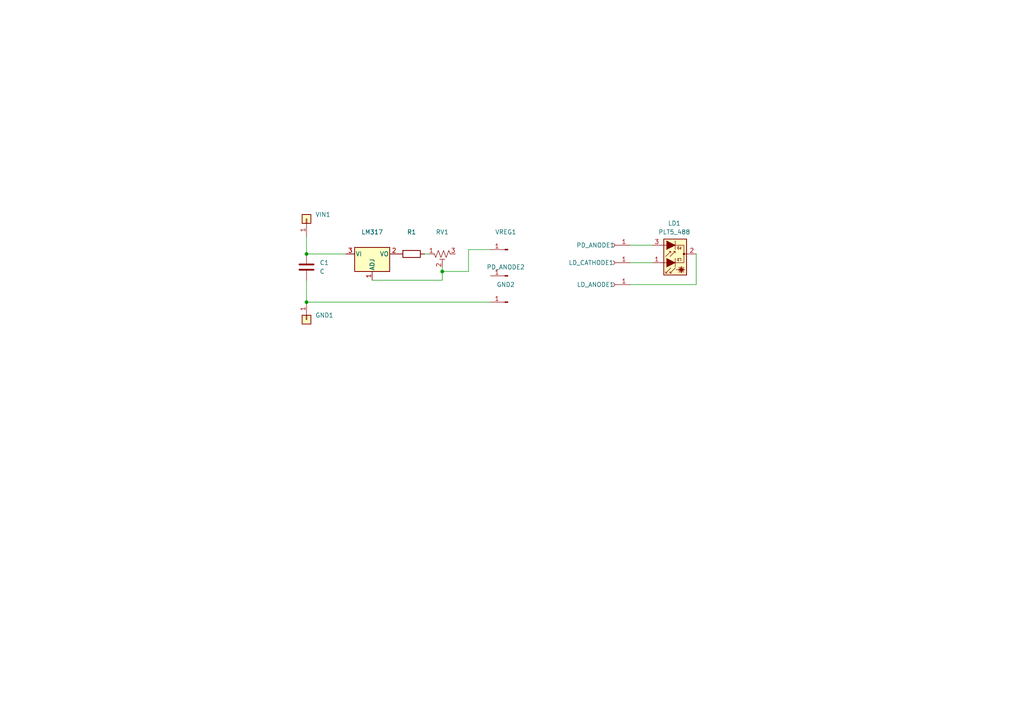
<source format=kicad_sch>
(kicad_sch (version 20230121) (generator eeschema)

  (uuid 8cae65f4-1c29-4dc9-80d9-58d282ed7881)

  (paper "A4")

  (lib_symbols
    (symbol "Connector:Conn_01x01_Pin" (pin_names (offset 1.016) hide) (in_bom yes) (on_board yes)
      (property "Reference" "J" (at 0 2.54 0)
        (effects (font (size 1.27 1.27)))
      )
      (property "Value" "Conn_01x01_Pin" (at 0 -2.54 0)
        (effects (font (size 1.27 1.27)))
      )
      (property "Footprint" "" (at 0 0 0)
        (effects (font (size 1.27 1.27)) hide)
      )
      (property "Datasheet" "~" (at 0 0 0)
        (effects (font (size 1.27 1.27)) hide)
      )
      (property "ki_locked" "" (at 0 0 0)
        (effects (font (size 1.27 1.27)))
      )
      (property "ki_keywords" "connector" (at 0 0 0)
        (effects (font (size 1.27 1.27)) hide)
      )
      (property "ki_description" "Generic connector, single row, 01x01, script generated" (at 0 0 0)
        (effects (font (size 1.27 1.27)) hide)
      )
      (property "ki_fp_filters" "Connector*:*_1x??_*" (at 0 0 0)
        (effects (font (size 1.27 1.27)) hide)
      )
      (symbol "Conn_01x01_Pin_1_1"
        (polyline
          (pts
            (xy 1.27 0)
            (xy 0.8636 0)
          )
          (stroke (width 0.1524) (type default))
          (fill (type none))
        )
        (rectangle (start 0.8636 0.127) (end 0 -0.127)
          (stroke (width 0.1524) (type default))
          (fill (type outline))
        )
        (pin passive line (at 5.08 0 180) (length 3.81)
          (name "Pin_1" (effects (font (size 1.27 1.27))))
          (number "1" (effects (font (size 1.27 1.27))))
        )
      )
    )
    (symbol "Connector:Conn_01x01_Socket" (pin_names (offset 1.016) hide) (in_bom yes) (on_board yes)
      (property "Reference" "J" (at 0 2.54 0)
        (effects (font (size 1.27 1.27)))
      )
      (property "Value" "Conn_01x01_Socket" (at 0 -2.54 0)
        (effects (font (size 1.27 1.27)))
      )
      (property "Footprint" "" (at 0 0 0)
        (effects (font (size 1.27 1.27)) hide)
      )
      (property "Datasheet" "~" (at 0 0 0)
        (effects (font (size 1.27 1.27)) hide)
      )
      (property "ki_locked" "" (at 0 0 0)
        (effects (font (size 1.27 1.27)))
      )
      (property "ki_keywords" "connector" (at 0 0 0)
        (effects (font (size 1.27 1.27)) hide)
      )
      (property "ki_description" "Generic connector, single row, 01x01, script generated" (at 0 0 0)
        (effects (font (size 1.27 1.27)) hide)
      )
      (property "ki_fp_filters" "Connector*:*_1x??_*" (at 0 0 0)
        (effects (font (size 1.27 1.27)) hide)
      )
      (symbol "Conn_01x01_Socket_1_1"
        (polyline
          (pts
            (xy -1.27 0)
            (xy -0.508 0)
          )
          (stroke (width 0.1524) (type default))
          (fill (type none))
        )
        (arc (start 0 0.508) (mid -0.5058 0) (end 0 -0.508)
          (stroke (width 0.1524) (type default))
          (fill (type none))
        )
        (pin passive line (at -5.08 0 0) (length 3.81)
          (name "Pin_1" (effects (font (size 1.27 1.27))))
          (number "1" (effects (font (size 1.27 1.27))))
        )
      )
    )
    (symbol "Connector_Generic:Conn_01x01" (pin_names (offset 1.016) hide) (in_bom yes) (on_board yes)
      (property "Reference" "J" (at 0 2.54 0)
        (effects (font (size 1.27 1.27)))
      )
      (property "Value" "Conn_01x01" (at 0 -2.54 0)
        (effects (font (size 1.27 1.27)))
      )
      (property "Footprint" "" (at 0 0 0)
        (effects (font (size 1.27 1.27)) hide)
      )
      (property "Datasheet" "~" (at 0 0 0)
        (effects (font (size 1.27 1.27)) hide)
      )
      (property "ki_keywords" "connector" (at 0 0 0)
        (effects (font (size 1.27 1.27)) hide)
      )
      (property "ki_description" "Generic connector, single row, 01x01, script generated (kicad-library-utils/schlib/autogen/connector/)" (at 0 0 0)
        (effects (font (size 1.27 1.27)) hide)
      )
      (property "ki_fp_filters" "Connector*:*_1x??_*" (at 0 0 0)
        (effects (font (size 1.27 1.27)) hide)
      )
      (symbol "Conn_01x01_1_1"
        (rectangle (start -1.27 0.127) (end 0 -0.127)
          (stroke (width 0.1524) (type default))
          (fill (type none))
        )
        (rectangle (start -1.27 1.27) (end 1.27 -1.27)
          (stroke (width 0.254) (type default))
          (fill (type background))
        )
        (pin passive line (at -5.08 0 0) (length 3.81)
          (name "Pin_1" (effects (font (size 1.27 1.27))))
          (number "1" (effects (font (size 1.27 1.27))))
        )
      )
    )
    (symbol "Device:C" (pin_numbers hide) (pin_names (offset 0.254)) (in_bom yes) (on_board yes)
      (property "Reference" "C" (at 0.635 2.54 0)
        (effects (font (size 1.27 1.27)) (justify left))
      )
      (property "Value" "C" (at 0.635 -2.54 0)
        (effects (font (size 1.27 1.27)) (justify left))
      )
      (property "Footprint" "" (at 0.9652 -3.81 0)
        (effects (font (size 1.27 1.27)) hide)
      )
      (property "Datasheet" "~" (at 0 0 0)
        (effects (font (size 1.27 1.27)) hide)
      )
      (property "ki_keywords" "cap capacitor" (at 0 0 0)
        (effects (font (size 1.27 1.27)) hide)
      )
      (property "ki_description" "Unpolarized capacitor" (at 0 0 0)
        (effects (font (size 1.27 1.27)) hide)
      )
      (property "ki_fp_filters" "C_*" (at 0 0 0)
        (effects (font (size 1.27 1.27)) hide)
      )
      (symbol "C_0_1"
        (polyline
          (pts
            (xy -2.032 -0.762)
            (xy 2.032 -0.762)
          )
          (stroke (width 0.508) (type default))
          (fill (type none))
        )
        (polyline
          (pts
            (xy -2.032 0.762)
            (xy 2.032 0.762)
          )
          (stroke (width 0.508) (type default))
          (fill (type none))
        )
      )
      (symbol "C_1_1"
        (pin passive line (at 0 3.81 270) (length 2.794)
          (name "~" (effects (font (size 1.27 1.27))))
          (number "1" (effects (font (size 1.27 1.27))))
        )
        (pin passive line (at 0 -3.81 90) (length 2.794)
          (name "~" (effects (font (size 1.27 1.27))))
          (number "2" (effects (font (size 1.27 1.27))))
        )
      )
    )
    (symbol "Device:R" (pin_numbers hide) (pin_names (offset 0)) (in_bom yes) (on_board yes)
      (property "Reference" "R" (at 2.032 0 90)
        (effects (font (size 1.27 1.27)))
      )
      (property "Value" "R" (at 0 0 90)
        (effects (font (size 1.27 1.27)))
      )
      (property "Footprint" "" (at -1.778 0 90)
        (effects (font (size 1.27 1.27)) hide)
      )
      (property "Datasheet" "~" (at 0 0 0)
        (effects (font (size 1.27 1.27)) hide)
      )
      (property "ki_keywords" "R res resistor" (at 0 0 0)
        (effects (font (size 1.27 1.27)) hide)
      )
      (property "ki_description" "Resistor" (at 0 0 0)
        (effects (font (size 1.27 1.27)) hide)
      )
      (property "ki_fp_filters" "R_*" (at 0 0 0)
        (effects (font (size 1.27 1.27)) hide)
      )
      (symbol "R_0_1"
        (rectangle (start -1.016 -2.54) (end 1.016 2.54)
          (stroke (width 0.254) (type default))
          (fill (type none))
        )
      )
      (symbol "R_1_1"
        (pin passive line (at 0 3.81 270) (length 1.27)
          (name "~" (effects (font (size 1.27 1.27))))
          (number "1" (effects (font (size 1.27 1.27))))
        )
        (pin passive line (at 0 -3.81 90) (length 1.27)
          (name "~" (effects (font (size 1.27 1.27))))
          (number "2" (effects (font (size 1.27 1.27))))
        )
      )
    )
    (symbol "Device:R_Potentiometer_Trim_US" (pin_names (offset 1.016) hide) (in_bom yes) (on_board yes)
      (property "Reference" "RV" (at -4.445 0 90)
        (effects (font (size 1.27 1.27)))
      )
      (property "Value" "R_Potentiometer_Trim_US" (at -2.54 0 90)
        (effects (font (size 1.27 1.27)))
      )
      (property "Footprint" "" (at 0 0 0)
        (effects (font (size 1.27 1.27)) hide)
      )
      (property "Datasheet" "~" (at 0 0 0)
        (effects (font (size 1.27 1.27)) hide)
      )
      (property "ki_keywords" "resistor variable trimpot trimmer" (at 0 0 0)
        (effects (font (size 1.27 1.27)) hide)
      )
      (property "ki_description" "Trim-potentiometer, US symbol" (at 0 0 0)
        (effects (font (size 1.27 1.27)) hide)
      )
      (property "ki_fp_filters" "Potentiometer*" (at 0 0 0)
        (effects (font (size 1.27 1.27)) hide)
      )
      (symbol "R_Potentiometer_Trim_US_0_1"
        (polyline
          (pts
            (xy 0 -2.286)
            (xy 0 -2.54)
          )
          (stroke (width 0) (type default))
          (fill (type none))
        )
        (polyline
          (pts
            (xy 0 2.286)
            (xy 0 2.54)
          )
          (stroke (width 0) (type default))
          (fill (type none))
        )
        (polyline
          (pts
            (xy 1.524 0.762)
            (xy 1.524 -0.762)
          )
          (stroke (width 0) (type default))
          (fill (type none))
        )
        (polyline
          (pts
            (xy 2.54 0)
            (xy 1.524 0)
          )
          (stroke (width 0) (type default))
          (fill (type none))
        )
        (polyline
          (pts
            (xy 0 -0.762)
            (xy 1.016 -1.143)
            (xy 0 -1.524)
            (xy -1.016 -1.905)
            (xy 0 -2.286)
          )
          (stroke (width 0) (type default))
          (fill (type none))
        )
        (polyline
          (pts
            (xy 0 0.762)
            (xy 1.016 0.381)
            (xy 0 0)
            (xy -1.016 -0.381)
            (xy 0 -0.762)
          )
          (stroke (width 0) (type default))
          (fill (type none))
        )
        (polyline
          (pts
            (xy 0 2.286)
            (xy 1.016 1.905)
            (xy 0 1.524)
            (xy -1.016 1.143)
            (xy 0 0.762)
          )
          (stroke (width 0) (type default))
          (fill (type none))
        )
      )
      (symbol "R_Potentiometer_Trim_US_1_1"
        (pin passive line (at 0 3.81 270) (length 1.27)
          (name "1" (effects (font (size 1.27 1.27))))
          (number "1" (effects (font (size 1.27 1.27))))
        )
        (pin passive line (at 3.81 0 180) (length 1.27)
          (name "2" (effects (font (size 1.27 1.27))))
          (number "2" (effects (font (size 1.27 1.27))))
        )
        (pin passive line (at 0 -3.81 90) (length 1.27)
          (name "3" (effects (font (size 1.27 1.27))))
          (number "3" (effects (font (size 1.27 1.27))))
        )
      )
    )
    (symbol "Diode_Laser:PLT5_488" (pin_names (offset 1.016) hide) (in_bom yes) (on_board yes)
      (property "Reference" "LD" (at 0 6.985 0)
        (effects (font (size 1.27 1.27)))
      )
      (property "Value" "PLT5_488" (at 0 -5.715 0)
        (effects (font (size 1.27 1.27)))
      )
      (property "Footprint" "OptoDevice:LaserDiode_TO56-3" (at 0 -7.62 0)
        (effects (font (size 1.27 1.27)) hide)
      )
      (property "Datasheet" "http://www.osram-os.com/Graphics/XPic6/00206440_0.pdf/PLT5%20488.pdf" (at 0.762 -5.08 0)
        (effects (font (size 1.27 1.27)) hide)
      )
      (property "ki_keywords" "opto laserdiode" (at 0 0 0)
        (effects (font (size 1.27 1.27)) hide)
      )
      (property "ki_description" "Cyan Laser Diode (488nm), TO-56" (at 0 0 0)
        (effects (font (size 1.27 1.27)) hide)
      )
      (property "ki_fp_filters" "LaserDiode*TO56*" (at 0 0 0)
        (effects (font (size 1.27 1.27)) hide)
      )
      (symbol "PLT5_488_0_1"
        (circle (center -1.524 0) (radius 0.254)
          (stroke (width 0) (type default))
          (fill (type outline))
        )
        (arc (start -0.508 -1.778) (mid -0.3302 -1.6002) (end -0.508 -1.397)
          (stroke (width 0) (type default))
          (fill (type none))
        )
        (arc (start 0 -2.159) (mid 0.3794 -1.778) (end 0 -1.397)
          (stroke (width 0) (type default))
          (fill (type none))
        )
        (polyline
          (pts
            (xy -2.54 0)
            (xy -1.524 0)
          )
          (stroke (width 0) (type default))
          (fill (type none))
        )
        (polyline
          (pts
            (xy -1.524 3.81)
            (xy 0 5.334)
          )
          (stroke (width 0) (type default))
          (fill (type none))
        )
        (polyline
          (pts
            (xy -1.524 4.318)
            (xy 0 4.826)
          )
          (stroke (width 0) (type default))
          (fill (type none))
        )
        (polyline
          (pts
            (xy -1.524 4.826)
            (xy 0 4.318)
          )
          (stroke (width 0) (type default))
          (fill (type none))
        )
        (polyline
          (pts
            (xy -1.524 5.334)
            (xy 0 3.81)
          )
          (stroke (width 0) (type default))
          (fill (type none))
        )
        (polyline
          (pts
            (xy -1.016 5.334)
            (xy -0.508 3.81)
          )
          (stroke (width 0) (type default))
          (fill (type none))
        )
        (polyline
          (pts
            (xy -0.762 4.572)
            (xy -0.762 3.556)
          )
          (stroke (width 0) (type default))
          (fill (type none))
        )
        (polyline
          (pts
            (xy -0.762 4.572)
            (xy -0.762 5.588)
          )
          (stroke (width 0) (type default))
          (fill (type none))
        )
        (polyline
          (pts
            (xy -0.635 -1.397)
            (xy -0.635 -2.159)
          )
          (stroke (width 0) (type default))
          (fill (type none))
        )
        (polyline
          (pts
            (xy -0.508 5.334)
            (xy -1.016 3.81)
          )
          (stroke (width 0) (type default))
          (fill (type none))
        )
        (polyline
          (pts
            (xy 0 -1.397)
            (xy 0 -2.159)
          )
          (stroke (width 0) (type default))
          (fill (type none))
        )
        (polyline
          (pts
            (xy 0 2.032)
            (xy 0 1.27)
          )
          (stroke (width 0) (type default))
          (fill (type none))
        )
        (polyline
          (pts
            (xy 0.762 4.572)
            (xy -1.778 4.572)
          )
          (stroke (width 0) (type default))
          (fill (type none))
        )
        (polyline
          (pts
            (xy 1.016 -1.27)
            (xy 1.016 -3.81)
          )
          (stroke (width 0.1524) (type default))
          (fill (type none))
        )
        (polyline
          (pts
            (xy 1.016 -0.762)
            (xy 1.524 -0.762)
          )
          (stroke (width 0) (type default))
          (fill (type none))
        )
        (polyline
          (pts
            (xy 1.016 3.81)
            (xy 1.016 1.27)
          )
          (stroke (width 0.1524) (type default))
          (fill (type none))
        )
        (polyline
          (pts
            (xy 3.81 5.588)
            (xy 3.302 5.588)
          )
          (stroke (width 0) (type default))
          (fill (type none))
        )
        (polyline
          (pts
            (xy -0.635 2.032)
            (xy -0.635 1.27)
            (xy -0.254 1.27)
          )
          (stroke (width 0) (type default))
          (fill (type none))
        )
        (polyline
          (pts
            (xy 2.286 4.064)
            (xy 3.81 5.588)
            (xy 3.81 5.08)
          )
          (stroke (width 0) (type default))
          (fill (type none))
        )
        (polyline
          (pts
            (xy 2.54 0.762)
            (xy 1.016 -0.762)
            (xy 1.016 -0.254)
          )
          (stroke (width 0) (type default))
          (fill (type none))
        )
        (polyline
          (pts
            (xy 3.556 -1.27)
            (xy 1.016 -2.54)
            (xy 3.556 -3.81)
          )
          (stroke (width 0) (type default))
          (fill (type outline))
        )
        (polyline
          (pts
            (xy 3.556 3.81)
            (xy 1.016 2.54)
            (xy 3.556 1.27)
          )
          (stroke (width 0) (type default))
          (fill (type outline))
        )
        (polyline
          (pts
            (xy 5.08 2.54)
            (xy -1.524 2.54)
            (xy -1.524 -2.54)
            (xy 5.08 -2.54)
          )
          (stroke (width 0) (type default))
          (fill (type none))
        )
        (polyline
          (pts
            (xy 1.016 4.064)
            (xy 2.54 5.588)
            (xy 2.54 5.08)
            (xy 2.54 5.588)
            (xy 2.032 5.588)
          )
          (stroke (width 0) (type default))
          (fill (type none))
        )
        (polyline
          (pts
            (xy 3.81 0.762)
            (xy 2.286 -0.762)
            (xy 2.286 -0.254)
            (xy 2.286 -0.762)
            (xy 2.794 -0.762)
          )
          (stroke (width 0) (type default))
          (fill (type none))
        )
        (arc (start 0 1.27) (mid 0.3794 1.651) (end 0 2.032)
          (stroke (width 0) (type default))
          (fill (type none))
        )
        (rectangle (start 4.318 6.096) (end -2.286 -4.318)
          (stroke (width 0.254) (type default))
          (fill (type background))
        )
      )
      (symbol "PLT5_488_1_1"
        (pin passive line (at 7.62 2.54 180) (length 2.54)
          (name "~" (effects (font (size 1.27 1.27))))
          (number "1" (effects (font (size 1.27 1.27))))
        )
        (pin passive line (at -5.08 0 0) (length 2.54)
          (name "~" (effects (font (size 1.27 1.27))))
          (number "2" (effects (font (size 1.27 1.27))))
        )
        (pin passive line (at 7.62 -2.54 180) (length 2.54)
          (name "~" (effects (font (size 1.27 1.27))))
          (number "3" (effects (font (size 1.27 1.27))))
        )
      )
    )
    (symbol "Regulator_Linear:LM317_TO-220" (pin_names (offset 0.254)) (in_bom yes) (on_board yes)
      (property "Reference" "U" (at -3.81 3.175 0)
        (effects (font (size 1.27 1.27)))
      )
      (property "Value" "LM317_TO-220" (at 0 3.175 0)
        (effects (font (size 1.27 1.27)) (justify left))
      )
      (property "Footprint" "Package_TO_SOT_THT:TO-220-3_Vertical" (at 0 6.35 0)
        (effects (font (size 1.27 1.27) italic) hide)
      )
      (property "Datasheet" "http://www.ti.com/lit/ds/symlink/lm317.pdf" (at 0 0 0)
        (effects (font (size 1.27 1.27)) hide)
      )
      (property "ki_keywords" "Adjustable Voltage Regulator 1A Positive" (at 0 0 0)
        (effects (font (size 1.27 1.27)) hide)
      )
      (property "ki_description" "1.5A 35V Adjustable Linear Regulator, TO-220" (at 0 0 0)
        (effects (font (size 1.27 1.27)) hide)
      )
      (property "ki_fp_filters" "TO?220*" (at 0 0 0)
        (effects (font (size 1.27 1.27)) hide)
      )
      (symbol "LM317_TO-220_0_1"
        (rectangle (start -5.08 1.905) (end 5.08 -5.08)
          (stroke (width 0.254) (type default))
          (fill (type background))
        )
      )
      (symbol "LM317_TO-220_1_1"
        (pin input line (at 0 -7.62 90) (length 2.54)
          (name "ADJ" (effects (font (size 1.27 1.27))))
          (number "1" (effects (font (size 1.27 1.27))))
        )
        (pin power_out line (at 7.62 0 180) (length 2.54)
          (name "VO" (effects (font (size 1.27 1.27))))
          (number "2" (effects (font (size 1.27 1.27))))
        )
        (pin power_in line (at -7.62 0 0) (length 2.54)
          (name "VI" (effects (font (size 1.27 1.27))))
          (number "3" (effects (font (size 1.27 1.27))))
        )
      )
    )
  )

  (junction (at 128.27 78.74) (diameter 0) (color 0 0 0 0)
    (uuid 3c6114b8-5286-4643-b0ce-834cca5001dc)
  )
  (junction (at 88.9 87.63) (diameter 0) (color 0 0 0 0)
    (uuid bb2785f8-69c0-4df4-8023-395f886df522)
  )
  (junction (at 88.9 73.66) (diameter 0) (color 0 0 0 0)
    (uuid d79981d5-81e1-4ce4-8f59-9b2e1871da71)
  )

  (wire (pts (xy 107.95 81.28) (xy 128.27 81.28))
    (stroke (width 0) (type default))
    (uuid 1cd0162f-8ebb-4a0b-aceb-d1d0b2de41cb)
  )
  (wire (pts (xy 182.88 82.55) (xy 201.93 82.55))
    (stroke (width 0) (type default))
    (uuid 2e6f0e57-5620-4952-9b4d-6e8a83159ec7)
  )
  (wire (pts (xy 128.27 78.74) (xy 128.27 81.28))
    (stroke (width 0) (type default))
    (uuid 4189dbed-f9c3-4ebc-8bd2-d064213b0514)
  )
  (wire (pts (xy 88.9 81.28) (xy 88.9 87.63))
    (stroke (width 0) (type default))
    (uuid 454e5897-c8c1-418e-bf31-b7dc6b73132b)
  )
  (wire (pts (xy 88.9 68.58) (xy 88.9 73.66))
    (stroke (width 0) (type default))
    (uuid 50d539a4-ee1f-43ed-9855-12e3ef7267fc)
  )
  (wire (pts (xy 182.88 71.12) (xy 189.23 71.12))
    (stroke (width 0) (type default))
    (uuid 5ed48c06-1101-4b9c-a4d1-6c5fa1065b18)
  )
  (wire (pts (xy 124.46 73.66) (xy 123.19 73.66))
    (stroke (width 0) (type default))
    (uuid 5edd0174-559d-40e2-951d-c44e2e91cfba)
  )
  (wire (pts (xy 135.89 72.39) (xy 142.24 72.39))
    (stroke (width 0) (type default))
    (uuid 83628263-df70-4566-8c16-a5eba0218015)
  )
  (wire (pts (xy 182.88 76.2) (xy 189.23 76.2))
    (stroke (width 0) (type default))
    (uuid 9310300f-0d3e-415d-b165-3f8b4a0264db)
  )
  (wire (pts (xy 88.9 87.63) (xy 142.24 87.63))
    (stroke (width 0) (type default))
    (uuid 97087963-d28a-44dc-b50e-1250e8867506)
  )
  (wire (pts (xy 135.89 78.74) (xy 135.89 72.39))
    (stroke (width 0) (type default))
    (uuid 9c9fe928-8fa1-4bb5-bf0d-10c6135a4d92)
  )
  (wire (pts (xy 128.27 77.47) (xy 128.27 78.74))
    (stroke (width 0) (type default))
    (uuid ae3971b2-e9bd-4e79-834b-c2e732e5dbb3)
  )
  (wire (pts (xy 128.27 78.74) (xy 135.89 78.74))
    (stroke (width 0) (type default))
    (uuid ae519ae2-d633-467b-93dd-c90fcfeef299)
  )
  (wire (pts (xy 201.93 82.55) (xy 201.93 73.66))
    (stroke (width 0) (type default))
    (uuid d135bf86-ccda-4604-9098-7b3910492847)
  )
  (wire (pts (xy 88.9 73.66) (xy 100.33 73.66))
    (stroke (width 0) (type default))
    (uuid d6487bed-4a33-49eb-bd8e-6744956981e5)
  )

  (symbol (lib_id "Connector:Conn_01x01_Socket") (at 177.8 82.55 180) (unit 1)
    (in_bom yes) (on_board yes) (dnp no)
    (uuid 0448fb0f-8ead-49d2-a10f-a87e59fc2931)
    (property "Reference" "LD_ANODE1" (at 172.72 82.55 0)
      (effects (font (size 1.27 1.27)))
    )
    (property "Value" "Conn_01x01_Socket" (at 178.435 80.01 0)
      (effects (font (size 1.27 1.27)) hide)
    )
    (property "Footprint" "Connector_PinSocket_2.54mm:PinSocket_1x01_P2.54mm_Vertical" (at 177.8 82.55 0)
      (effects (font (size 1.27 1.27)) hide)
    )
    (property "Datasheet" "~" (at 177.8 82.55 0)
      (effects (font (size 1.27 1.27)) hide)
    )
    (pin "1" (uuid d22c07a2-acc3-48e1-9d64-98662caf64e2))
    (instances
      (project "Laser Driver"
        (path "/8cae65f4-1c29-4dc9-80d9-58d282ed7881"
          (reference "LD_ANODE1") (unit 1)
        )
      )
    )
  )

  (symbol (lib_id "Device:R") (at 119.38 73.66 270) (unit 1)
    (in_bom yes) (on_board yes) (dnp no) (fields_autoplaced)
    (uuid 142bae6f-0fd2-4b4e-bd53-a5c38118eebf)
    (property "Reference" "R1" (at 119.38 67.31 90)
      (effects (font (size 1.27 1.27)))
    )
    (property "Value" "R" (at 119.38 69.85 90)
      (effects (font (size 1.27 1.27)) hide)
    )
    (property "Footprint" "Resistor_SMD:R_0805_2012Metric_Pad1.20x1.40mm_HandSolder" (at 119.38 71.882 90)
      (effects (font (size 1.27 1.27)) hide)
    )
    (property "Datasheet" "~" (at 119.38 73.66 0)
      (effects (font (size 1.27 1.27)) hide)
    )
    (pin "1" (uuid fb4b771b-16e3-4b68-b61a-a3183a28cdbc))
    (pin "2" (uuid 2f293968-4bd5-4189-8965-ab1179d2d9fe))
    (instances
      (project "Laser Driver"
        (path "/8cae65f4-1c29-4dc9-80d9-58d282ed7881"
          (reference "R1") (unit 1)
        )
      )
    )
  )

  (symbol (lib_id "Device:R_Potentiometer_Trim_US") (at 128.27 73.66 90) (mirror x) (unit 1)
    (in_bom yes) (on_board yes) (dnp no)
    (uuid 1dcc45d2-a1d2-4410-9017-3d9bdbb572a0)
    (property "Reference" "RV1" (at 128.27 67.31 90)
      (effects (font (size 1.27 1.27)))
    )
    (property "Value" "R_Potentiometer_Trim_US" (at 128.27 69.85 90)
      (effects (font (size 1.27 1.27)) hide)
    )
    (property "Footprint" "Potentiometer_THT:Potentiometer_Bourns_3006P_Horizontal" (at 128.27 73.66 0)
      (effects (font (size 1.27 1.27)) hide)
    )
    (property "Datasheet" "~" (at 128.27 73.66 0)
      (effects (font (size 1.27 1.27)) hide)
    )
    (pin "3" (uuid edec669e-f240-4be1-b439-b60e46eb12a3))
    (pin "2" (uuid e64ab902-9cac-4792-9f90-0cd330dd4c35))
    (pin "1" (uuid 6c1a3731-4eb7-46ca-ba0b-a4134e207580))
    (instances
      (project "Laser Driver"
        (path "/8cae65f4-1c29-4dc9-80d9-58d282ed7881"
          (reference "RV1") (unit 1)
        )
      )
    )
  )

  (symbol (lib_id "Connector_Generic:Conn_01x01") (at 88.9 63.5 90) (unit 1)
    (in_bom yes) (on_board yes) (dnp no) (fields_autoplaced)
    (uuid 39256523-986f-4de8-bdbf-55f8eb9db774)
    (property "Reference" "VIN1" (at 91.44 62.23 90)
      (effects (font (size 1.27 1.27)) (justify right))
    )
    (property "Value" "Conn_01x01" (at 91.44 64.77 90)
      (effects (font (size 1.27 1.27)) (justify right) hide)
    )
    (property "Footprint" "Connector_PinHeader_2.54mm:PinHeader_1x01_P2.54mm_Vertical" (at 88.9 63.5 0)
      (effects (font (size 1.27 1.27)) hide)
    )
    (property "Datasheet" "~" (at 88.9 63.5 0)
      (effects (font (size 1.27 1.27)) hide)
    )
    (pin "1" (uuid 2e6d0bdd-758e-4933-89f9-593ec83e5b1f))
    (instances
      (project "Laser Driver"
        (path "/8cae65f4-1c29-4dc9-80d9-58d282ed7881"
          (reference "VIN1") (unit 1)
        )
      )
    )
  )

  (symbol (lib_id "Regulator_Linear:LM317_TO-220") (at 107.95 73.66 0) (unit 1)
    (in_bom yes) (on_board yes) (dnp no) (fields_autoplaced)
    (uuid 6574c336-6eb1-45f9-af0d-49eb14e85782)
    (property "Reference" "LM317" (at 107.95 67.31 0)
      (effects (font (size 1.27 1.27)))
    )
    (property "Value" "LM317_TO-220" (at 107.95 69.85 0)
      (effects (font (size 1.27 1.27)) hide)
    )
    (property "Footprint" "Package_TO_SOT_SMD:SOT-223" (at 107.95 67.31 0)
      (effects (font (size 1.27 1.27) italic) hide)
    )
    (property "Datasheet" "http://www.ti.com/lit/ds/symlink/lm317.pdf" (at 107.95 73.66 0)
      (effects (font (size 1.27 1.27)) hide)
    )
    (pin "2" (uuid 2d46a5f0-6028-48ae-9cf5-3fc22424f54f))
    (pin "1" (uuid fc9381ca-e493-4b72-b8cd-e2bb6e22923f))
    (pin "3" (uuid 2635d50a-74ec-4a37-89eb-f7a2f46c4ea7))
    (instances
      (project "Laser Driver"
        (path "/8cae65f4-1c29-4dc9-80d9-58d282ed7881"
          (reference "LM317") (unit 1)
        )
      )
    )
  )

  (symbol (lib_id "Connector:Conn_01x01_Pin") (at 147.32 72.39 180) (unit 1)
    (in_bom yes) (on_board yes) (dnp no) (fields_autoplaced)
    (uuid 6dbe35a1-036e-4404-958f-4efc31e2edac)
    (property "Reference" "VREG1" (at 146.685 67.31 0)
      (effects (font (size 1.27 1.27)))
    )
    (property "Value" "Conn_01x01_Pin" (at 146.685 69.85 0)
      (effects (font (size 1.27 1.27)) hide)
    )
    (property "Footprint" "Connector_PinHeader_2.54mm:PinHeader_1x01_P2.54mm_Horizontal" (at 147.32 72.39 0)
      (effects (font (size 1.27 1.27)) hide)
    )
    (property "Datasheet" "~" (at 147.32 72.39 0)
      (effects (font (size 1.27 1.27)) hide)
    )
    (pin "1" (uuid 51057711-1dee-49b1-8327-bf6257ce3f81))
    (instances
      (project "Laser Driver"
        (path "/8cae65f4-1c29-4dc9-80d9-58d282ed7881"
          (reference "VREG1") (unit 1)
        )
      )
    )
  )

  (symbol (lib_id "Diode_Laser:PLT5_488") (at 196.85 73.66 180) (unit 1)
    (in_bom yes) (on_board yes) (dnp no) (fields_autoplaced)
    (uuid 8fe07523-01c0-4cdc-ad30-ea98f95bd142)
    (property "Reference" "LD1" (at 195.58 64.77 0)
      (effects (font (size 1.27 1.27)))
    )
    (property "Value" "PLT5_488" (at 195.58 67.31 0)
      (effects (font (size 1.27 1.27)))
    )
    (property "Footprint" "OptoDevice:LaserDiode_TO56-3" (at 196.85 66.04 0)
      (effects (font (size 1.27 1.27)) hide)
    )
    (property "Datasheet" "http://www.osram-os.com/Graphics/XPic6/00206440_0.pdf/PLT5%20488.pdf" (at 196.088 68.58 0)
      (effects (font (size 1.27 1.27)) hide)
    )
    (pin "1" (uuid 46eb3f81-e50d-4d55-a8d9-ba5febe20daa))
    (pin "2" (uuid b2daaaa6-e542-4a64-b183-e6e61a0e58c3))
    (pin "3" (uuid 5e163de4-a0db-48c7-a64f-e5943bdbf363))
    (instances
      (project "Laser Driver"
        (path "/8cae65f4-1c29-4dc9-80d9-58d282ed7881"
          (reference "LD1") (unit 1)
        )
      )
    )
  )

  (symbol (lib_id "Connector:Conn_01x01_Pin") (at 147.32 87.63 180) (unit 1)
    (in_bom yes) (on_board yes) (dnp no) (fields_autoplaced)
    (uuid b6cd621e-cb65-4226-9ba3-ead2b1d99004)
    (property "Reference" "GND2" (at 146.685 82.55 0)
      (effects (font (size 1.27 1.27)))
    )
    (property "Value" "Conn_01x01_Pin" (at 146.685 85.09 0)
      (effects (font (size 1.27 1.27)) hide)
    )
    (property "Footprint" "Connector_PinHeader_2.54mm:PinHeader_1x01_P2.54mm_Horizontal" (at 147.32 87.63 0)
      (effects (font (size 1.27 1.27)) hide)
    )
    (property "Datasheet" "~" (at 147.32 87.63 0)
      (effects (font (size 1.27 1.27)) hide)
    )
    (pin "1" (uuid b386a9f6-e3e4-4716-9421-2c6e5572d651))
    (instances
      (project "Laser Driver"
        (path "/8cae65f4-1c29-4dc9-80d9-58d282ed7881"
          (reference "GND2") (unit 1)
        )
      )
    )
  )

  (symbol (lib_id "Connector_Generic:Conn_01x01") (at 88.9 92.71 270) (unit 1)
    (in_bom yes) (on_board yes) (dnp no) (fields_autoplaced)
    (uuid c4b17bb2-bc27-4930-872b-fc876ef5609d)
    (property "Reference" "GND1" (at 91.44 91.44 90)
      (effects (font (size 1.27 1.27)) (justify left))
    )
    (property "Value" "Conn_01x01" (at 91.44 93.98 90)
      (effects (font (size 1.27 1.27)) (justify left) hide)
    )
    (property "Footprint" "Connector_PinHeader_2.54mm:PinHeader_1x01_P2.54mm_Vertical" (at 88.9 92.71 0)
      (effects (font (size 1.27 1.27)) hide)
    )
    (property "Datasheet" "~" (at 88.9 92.71 0)
      (effects (font (size 1.27 1.27)) hide)
    )
    (pin "1" (uuid 41679874-15f9-4785-8a44-6001080d50b8))
    (instances
      (project "Laser Driver"
        (path "/8cae65f4-1c29-4dc9-80d9-58d282ed7881"
          (reference "GND1") (unit 1)
        )
      )
    )
  )

  (symbol (lib_id "Connector:Conn_01x01_Socket") (at 177.8 71.12 180) (unit 1)
    (in_bom yes) (on_board yes) (dnp no)
    (uuid ea8b163b-11cb-499c-972e-6299aef879f2)
    (property "Reference" "PD_ANODE1" (at 172.72 71.12 0)
      (effects (font (size 1.27 1.27)))
    )
    (property "Value" "Conn_01x01_Socket" (at 178.435 68.58 0)
      (effects (font (size 1.27 1.27)) hide)
    )
    (property "Footprint" "Connector_PinSocket_2.54mm:PinSocket_1x01_P2.54mm_Vertical" (at 177.8 71.12 0)
      (effects (font (size 1.27 1.27)) hide)
    )
    (property "Datasheet" "~" (at 177.8 71.12 0)
      (effects (font (size 1.27 1.27)) hide)
    )
    (pin "1" (uuid 5e6a3fab-1fd3-4cec-b2a5-5f03cd3316a3))
    (instances
      (project "Laser Driver"
        (path "/8cae65f4-1c29-4dc9-80d9-58d282ed7881"
          (reference "PD_ANODE1") (unit 1)
        )
      )
    )
  )

  (symbol (lib_id "Device:C") (at 88.9 77.47 0) (unit 1)
    (in_bom yes) (on_board yes) (dnp no) (fields_autoplaced)
    (uuid f1a8b54a-b67e-4128-910e-29c5b8d582fc)
    (property "Reference" "C1" (at 92.71 76.2 0)
      (effects (font (size 1.27 1.27)) (justify left))
    )
    (property "Value" "C" (at 92.71 78.74 0)
      (effects (font (size 1.27 1.27)) (justify left))
    )
    (property "Footprint" "Capacitor_SMD:C_0805_2012Metric_Pad1.18x1.45mm_HandSolder" (at 89.8652 81.28 0)
      (effects (font (size 1.27 1.27)) hide)
    )
    (property "Datasheet" "~" (at 88.9 77.47 0)
      (effects (font (size 1.27 1.27)) hide)
    )
    (pin "1" (uuid 4a653456-12a7-43b9-8136-56d21abe46a8))
    (pin "2" (uuid 24796be0-72c9-43c9-b942-881caac95eab))
    (instances
      (project "Laser Driver"
        (path "/8cae65f4-1c29-4dc9-80d9-58d282ed7881"
          (reference "C1") (unit 1)
        )
      )
    )
  )

  (symbol (lib_id "Connector:Conn_01x01_Pin") (at 147.32 80.01 180) (unit 1)
    (in_bom yes) (on_board yes) (dnp no) (fields_autoplaced)
    (uuid f886407c-2d3f-40db-aac7-a3f8374fe1f6)
    (property "Reference" "PD_ANODE2" (at 146.685 77.47 0)
      (effects (font (size 1.27 1.27)))
    )
    (property "Value" "Conn_01x01_Pin" (at 146.685 77.47 0)
      (effects (font (size 1.27 1.27)) hide)
    )
    (property "Footprint" "Connector_PinHeader_2.54mm:PinHeader_1x01_P2.54mm_Horizontal" (at 147.32 80.01 0)
      (effects (font (size 1.27 1.27)) hide)
    )
    (property "Datasheet" "~" (at 147.32 80.01 0)
      (effects (font (size 1.27 1.27)) hide)
    )
    (pin "1" (uuid db6340aa-df8c-47d8-aeda-5afeee7fb63a))
    (instances
      (project "Laser Driver"
        (path "/8cae65f4-1c29-4dc9-80d9-58d282ed7881"
          (reference "PD_ANODE2") (unit 1)
        )
      )
    )
  )

  (symbol (lib_id "Connector:Conn_01x01_Socket") (at 177.8 76.2 180) (unit 1)
    (in_bom yes) (on_board yes) (dnp no)
    (uuid f986329f-b5d3-43fe-b436-deedefb7e497)
    (property "Reference" "LD_CATHODE1" (at 171.45 76.2 0)
      (effects (font (size 1.27 1.27)))
    )
    (property "Value" "Conn_01x01_Socket" (at 178.435 73.66 0)
      (effects (font (size 1.27 1.27)) hide)
    )
    (property "Footprint" "Connector_PinSocket_2.54mm:PinSocket_1x01_P2.54mm_Vertical" (at 177.8 76.2 0)
      (effects (font (size 1.27 1.27)) hide)
    )
    (property "Datasheet" "~" (at 177.8 76.2 0)
      (effects (font (size 1.27 1.27)) hide)
    )
    (pin "1" (uuid 53422484-a1a0-473e-8b8a-75d21f80805b))
    (instances
      (project "Laser Driver"
        (path "/8cae65f4-1c29-4dc9-80d9-58d282ed7881"
          (reference "LD_CATHODE1") (unit 1)
        )
      )
    )
  )

  (sheet_instances
    (path "/" (page "1"))
  )
)

</source>
